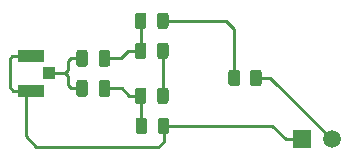
<source format=gbr>
%TF.GenerationSoftware,KiCad,Pcbnew,(5.1.10)-1*%
%TF.CreationDate,2021-11-30T19:58:40-05:00*%
%TF.ProjectId,Microwave_Circuit,4d696372-6f77-4617-9665-5f4369726375,rev?*%
%TF.SameCoordinates,Original*%
%TF.FileFunction,Copper,L2,Bot*%
%TF.FilePolarity,Positive*%
%FSLAX46Y46*%
G04 Gerber Fmt 4.6, Leading zero omitted, Abs format (unit mm)*
G04 Created by KiCad (PCBNEW (5.1.10)-1) date 2021-11-30 19:58:40*
%MOMM*%
%LPD*%
G01*
G04 APERTURE LIST*
%TA.AperFunction,SMDPad,CuDef*%
%ADD10R,2.200000X1.050000*%
%TD*%
%TA.AperFunction,SMDPad,CuDef*%
%ADD11R,1.050000X1.000000*%
%TD*%
%TA.AperFunction,ComponentPad*%
%ADD12C,1.508000*%
%TD*%
%TA.AperFunction,ComponentPad*%
%ADD13R,1.508000X1.508000*%
%TD*%
%TA.AperFunction,Conductor*%
%ADD14C,0.250000*%
%TD*%
G04 APERTURE END LIST*
%TO.P,R1,1*%
%TO.N,Net-(D1-Pad1)*%
%TA.AperFunction,SMDPad,CuDef*%
G36*
G01*
X191384500Y-69157001D02*
X191384500Y-68256999D01*
G75*
G02*
X191634499Y-68007000I249999J0D01*
G01*
X192159501Y-68007000D01*
G75*
G02*
X192409500Y-68256999I0J-249999D01*
G01*
X192409500Y-69157001D01*
G75*
G02*
X192159501Y-69407000I-249999J0D01*
G01*
X191634499Y-69407000D01*
G75*
G02*
X191384500Y-69157001I0J249999D01*
G01*
G37*
%TD.AperFunction*%
%TO.P,R1,2*%
%TO.N,Net-(D4-PadA)*%
%TA.AperFunction,SMDPad,CuDef*%
G36*
G01*
X193209500Y-69157001D02*
X193209500Y-68256999D01*
G75*
G02*
X193459499Y-68007000I249999J0D01*
G01*
X193984501Y-68007000D01*
G75*
G02*
X194234500Y-68256999I0J-249999D01*
G01*
X194234500Y-69157001D01*
G75*
G02*
X193984501Y-69407000I-249999J0D01*
G01*
X193459499Y-69407000D01*
G75*
G02*
X193209500Y-69157001I0J249999D01*
G01*
G37*
%TD.AperFunction*%
%TD*%
D10*
%TO.P,J1,G1*%
%TO.N,GND*%
X174688500Y-66851000D03*
%TO.P,J1,G2*%
X174688500Y-69801000D03*
D11*
%TO.P,J1,1*%
%TO.N,Net-(C1-Pad2)*%
X176213500Y-68326000D03*
%TD*%
%TO.P,D5,1*%
%TO.N,Net-(C2-Pad2)*%
%TA.AperFunction,SMDPad,CuDef*%
G36*
G01*
X183550500Y-73227250D02*
X183550500Y-72314750D01*
G75*
G02*
X183794250Y-72071000I243750J0D01*
G01*
X184281750Y-72071000D01*
G75*
G02*
X184525500Y-72314750I0J-243750D01*
G01*
X184525500Y-73227250D01*
G75*
G02*
X184281750Y-73471000I-243750J0D01*
G01*
X183794250Y-73471000D01*
G75*
G02*
X183550500Y-73227250I0J243750D01*
G01*
G37*
%TD.AperFunction*%
%TO.P,D5,2*%
%TO.N,GND*%
%TA.AperFunction,SMDPad,CuDef*%
G36*
G01*
X185425500Y-73227250D02*
X185425500Y-72314750D01*
G75*
G02*
X185669250Y-72071000I243750J0D01*
G01*
X186156750Y-72071000D01*
G75*
G02*
X186400500Y-72314750I0J-243750D01*
G01*
X186400500Y-73227250D01*
G75*
G02*
X186156750Y-73471000I-243750J0D01*
G01*
X185669250Y-73471000D01*
G75*
G02*
X185425500Y-73227250I0J243750D01*
G01*
G37*
%TD.AperFunction*%
%TD*%
D12*
%TO.P,D4,A*%
%TO.N,Net-(D4-PadA)*%
X200152000Y-73914000D03*
D13*
%TO.P,D4,C*%
%TO.N,GND*%
X197612000Y-73914000D03*
%TD*%
%TO.P,D3,2*%
%TO.N,Net-(C2-Pad2)*%
%TA.AperFunction,SMDPad,CuDef*%
G36*
G01*
X184462000Y-69774750D02*
X184462000Y-70687250D01*
G75*
G02*
X184218250Y-70931000I-243750J0D01*
G01*
X183730750Y-70931000D01*
G75*
G02*
X183487000Y-70687250I0J243750D01*
G01*
X183487000Y-69774750D01*
G75*
G02*
X183730750Y-69531000I243750J0D01*
G01*
X184218250Y-69531000D01*
G75*
G02*
X184462000Y-69774750I0J-243750D01*
G01*
G37*
%TD.AperFunction*%
%TO.P,D3,1*%
%TO.N,Net-(D2-Pad2)*%
%TA.AperFunction,SMDPad,CuDef*%
G36*
G01*
X186337000Y-69774750D02*
X186337000Y-70687250D01*
G75*
G02*
X186093250Y-70931000I-243750J0D01*
G01*
X185605750Y-70931000D01*
G75*
G02*
X185362000Y-70687250I0J243750D01*
G01*
X185362000Y-69774750D01*
G75*
G02*
X185605750Y-69531000I243750J0D01*
G01*
X186093250Y-69531000D01*
G75*
G02*
X186337000Y-69774750I0J-243750D01*
G01*
G37*
%TD.AperFunction*%
%TD*%
%TO.P,D2,1*%
%TO.N,Net-(C1-Pad1)*%
%TA.AperFunction,SMDPad,CuDef*%
G36*
G01*
X183487000Y-66877250D02*
X183487000Y-65964750D01*
G75*
G02*
X183730750Y-65721000I243750J0D01*
G01*
X184218250Y-65721000D01*
G75*
G02*
X184462000Y-65964750I0J-243750D01*
G01*
X184462000Y-66877250D01*
G75*
G02*
X184218250Y-67121000I-243750J0D01*
G01*
X183730750Y-67121000D01*
G75*
G02*
X183487000Y-66877250I0J243750D01*
G01*
G37*
%TD.AperFunction*%
%TO.P,D2,2*%
%TO.N,Net-(D2-Pad2)*%
%TA.AperFunction,SMDPad,CuDef*%
G36*
G01*
X185362000Y-66877250D02*
X185362000Y-65964750D01*
G75*
G02*
X185605750Y-65721000I243750J0D01*
G01*
X186093250Y-65721000D01*
G75*
G02*
X186337000Y-65964750I0J-243750D01*
G01*
X186337000Y-66877250D01*
G75*
G02*
X186093250Y-67121000I-243750J0D01*
G01*
X185605750Y-67121000D01*
G75*
G02*
X185362000Y-66877250I0J243750D01*
G01*
G37*
%TD.AperFunction*%
%TD*%
%TO.P,D1,2*%
%TO.N,Net-(C1-Pad1)*%
%TA.AperFunction,SMDPad,CuDef*%
G36*
G01*
X184462000Y-63424750D02*
X184462000Y-64337250D01*
G75*
G02*
X184218250Y-64581000I-243750J0D01*
G01*
X183730750Y-64581000D01*
G75*
G02*
X183487000Y-64337250I0J243750D01*
G01*
X183487000Y-63424750D01*
G75*
G02*
X183730750Y-63181000I243750J0D01*
G01*
X184218250Y-63181000D01*
G75*
G02*
X184462000Y-63424750I0J-243750D01*
G01*
G37*
%TD.AperFunction*%
%TO.P,D1,1*%
%TO.N,Net-(D1-Pad1)*%
%TA.AperFunction,SMDPad,CuDef*%
G36*
G01*
X186337000Y-63424750D02*
X186337000Y-64337250D01*
G75*
G02*
X186093250Y-64581000I-243750J0D01*
G01*
X185605750Y-64581000D01*
G75*
G02*
X185362000Y-64337250I0J243750D01*
G01*
X185362000Y-63424750D01*
G75*
G02*
X185605750Y-63181000I243750J0D01*
G01*
X186093250Y-63181000D01*
G75*
G02*
X186337000Y-63424750I0J-243750D01*
G01*
G37*
%TD.AperFunction*%
%TD*%
%TO.P,C2,1*%
%TO.N,Net-(C1-Pad2)*%
%TA.AperFunction,SMDPad,CuDef*%
G36*
G01*
X178511500Y-70071000D02*
X178511500Y-69121000D01*
G75*
G02*
X178761500Y-68871000I250000J0D01*
G01*
X179261500Y-68871000D01*
G75*
G02*
X179511500Y-69121000I0J-250000D01*
G01*
X179511500Y-70071000D01*
G75*
G02*
X179261500Y-70321000I-250000J0D01*
G01*
X178761500Y-70321000D01*
G75*
G02*
X178511500Y-70071000I0J250000D01*
G01*
G37*
%TD.AperFunction*%
%TO.P,C2,2*%
%TO.N,Net-(C2-Pad2)*%
%TA.AperFunction,SMDPad,CuDef*%
G36*
G01*
X180411500Y-70071000D02*
X180411500Y-69121000D01*
G75*
G02*
X180661500Y-68871000I250000J0D01*
G01*
X181161500Y-68871000D01*
G75*
G02*
X181411500Y-69121000I0J-250000D01*
G01*
X181411500Y-70071000D01*
G75*
G02*
X181161500Y-70321000I-250000J0D01*
G01*
X180661500Y-70321000D01*
G75*
G02*
X180411500Y-70071000I0J250000D01*
G01*
G37*
%TD.AperFunction*%
%TD*%
%TO.P,C1,1*%
%TO.N,Net-(C1-Pad1)*%
%TA.AperFunction,SMDPad,CuDef*%
G36*
G01*
X181406500Y-66581000D02*
X181406500Y-67531000D01*
G75*
G02*
X181156500Y-67781000I-250000J0D01*
G01*
X180656500Y-67781000D01*
G75*
G02*
X180406500Y-67531000I0J250000D01*
G01*
X180406500Y-66581000D01*
G75*
G02*
X180656500Y-66331000I250000J0D01*
G01*
X181156500Y-66331000D01*
G75*
G02*
X181406500Y-66581000I0J-250000D01*
G01*
G37*
%TD.AperFunction*%
%TO.P,C1,2*%
%TO.N,Net-(C1-Pad2)*%
%TA.AperFunction,SMDPad,CuDef*%
G36*
G01*
X179506500Y-66581000D02*
X179506500Y-67531000D01*
G75*
G02*
X179256500Y-67781000I-250000J0D01*
G01*
X178756500Y-67781000D01*
G75*
G02*
X178506500Y-67531000I0J250000D01*
G01*
X178506500Y-66581000D01*
G75*
G02*
X178756500Y-66331000I250000J0D01*
G01*
X179256500Y-66331000D01*
G75*
G02*
X179506500Y-66581000I0J-250000D01*
G01*
G37*
%TD.AperFunction*%
%TD*%
D14*
%TO.N,Net-(C1-Pad2)*%
X179006500Y-67056000D02*
X178117500Y-67056000D01*
X178117500Y-67056000D02*
X177863500Y-67310000D01*
X177863500Y-67310000D02*
X177863500Y-68072000D01*
X177609500Y-68326000D02*
X176467500Y-68326000D01*
X177863500Y-68072000D02*
X177609500Y-68326000D01*
X177609500Y-68326000D02*
X177863500Y-68580000D01*
X177863500Y-68580000D02*
X177863500Y-69342000D01*
X178117500Y-69596000D02*
X177863500Y-69342000D01*
X179011500Y-69596000D02*
X178117500Y-69596000D01*
%TO.N,Net-(C1-Pad1)*%
X183974500Y-63881000D02*
X183974500Y-66421000D01*
X180906500Y-67056000D02*
X182308500Y-67056000D01*
X182308500Y-67056000D02*
X182943500Y-66421000D01*
X182943500Y-66421000D02*
X183974500Y-66421000D01*
%TO.N,Net-(C2-Pad2)*%
X183974500Y-72707500D02*
X184038000Y-72771000D01*
X183974500Y-70231000D02*
X183974500Y-72707500D01*
X182372000Y-69596000D02*
X183007000Y-70231000D01*
X183007000Y-70231000D02*
X183974500Y-70231000D01*
X180911500Y-69596000D02*
X182372000Y-69596000D01*
%TO.N,Net-(D1-Pad1)*%
X185849500Y-63881000D02*
X191198500Y-63881000D01*
X191897000Y-64579500D02*
X191897000Y-68707000D01*
X191198500Y-63881000D02*
X191897000Y-64579500D01*
%TO.N,Net-(D2-Pad2)*%
X185849500Y-66421000D02*
X185849500Y-70231000D01*
%TO.N,Net-(D4-PadA)*%
X200152000Y-73914000D02*
X194945000Y-68707000D01*
X193722000Y-68707000D02*
X194945000Y-68707000D01*
%TO.N,GND*%
X197612000Y-73914000D02*
X197612000Y-73660000D01*
X174244000Y-73660000D02*
X174244000Y-69801000D01*
X196278500Y-73914000D02*
X197612000Y-73914000D01*
X195135500Y-72771000D02*
X196278500Y-73914000D01*
X185913000Y-72771000D02*
X185913000Y-74119500D01*
X185913000Y-74119500D02*
X185483500Y-74549000D01*
X175133000Y-74549000D02*
X174244000Y-73660000D01*
X185483500Y-74549000D02*
X175133000Y-74549000D01*
X173115500Y-66851000D02*
X172894199Y-67072301D01*
X174688500Y-66851000D02*
X173115500Y-66851000D01*
X172894199Y-67072301D02*
X172894199Y-69516199D01*
X173179000Y-69801000D02*
X174688500Y-69801000D01*
X172894199Y-69516199D02*
X173179000Y-69801000D01*
X185913000Y-72771000D02*
X195135500Y-72771000D01*
%TD*%
M02*

</source>
